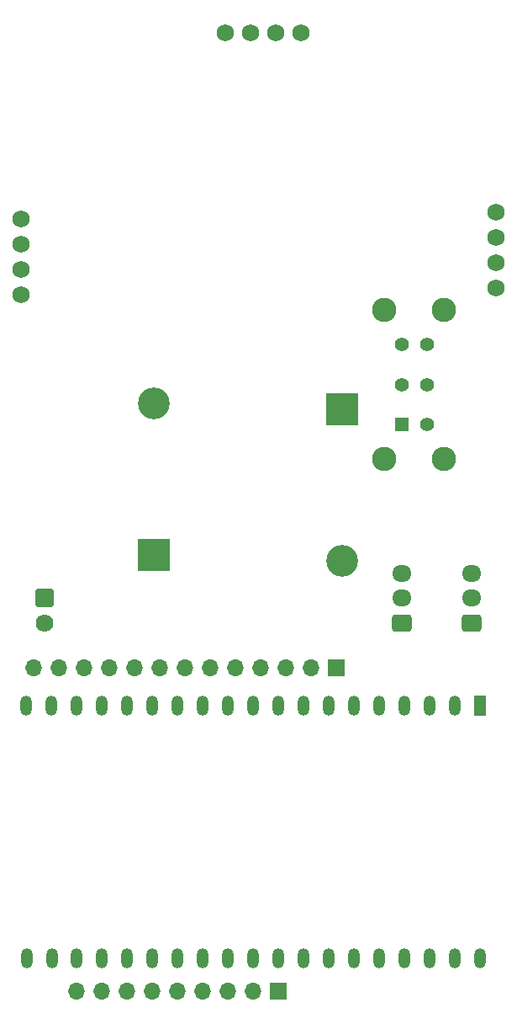
<source format=gbr>
%TF.GenerationSoftware,KiCad,Pcbnew,8.0.8*%
%TF.CreationDate,2025-02-20T18:43:26-05:00*%
%TF.ProjectId,pcb_v3,7063625f-7633-42e6-9b69-6361645f7063,rev?*%
%TF.SameCoordinates,Original*%
%TF.FileFunction,Soldermask,Bot*%
%TF.FilePolarity,Negative*%
%FSLAX46Y46*%
G04 Gerber Fmt 4.6, Leading zero omitted, Abs format (unit mm)*
G04 Created by KiCad (PCBNEW 8.0.8) date 2025-02-20 18:43:26*
%MOMM*%
%LPD*%
G01*
G04 APERTURE LIST*
G04 Aperture macros list*
%AMRoundRect*
0 Rectangle with rounded corners*
0 $1 Rounding radius*
0 $2 $3 $4 $5 $6 $7 $8 $9 X,Y pos of 4 corners*
0 Add a 4 corners polygon primitive as box body*
4,1,4,$2,$3,$4,$5,$6,$7,$8,$9,$2,$3,0*
0 Add four circle primitives for the rounded corners*
1,1,$1+$1,$2,$3*
1,1,$1+$1,$4,$5*
1,1,$1+$1,$6,$7*
1,1,$1+$1,$8,$9*
0 Add four rect primitives between the rounded corners*
20,1,$1+$1,$2,$3,$4,$5,0*
20,1,$1+$1,$4,$5,$6,$7,0*
20,1,$1+$1,$6,$7,$8,$9,0*
20,1,$1+$1,$8,$9,$2,$3,0*%
G04 Aperture macros list end*
%ADD10RoundRect,0.102000X0.604000X-0.604000X0.604000X0.604000X-0.604000X0.604000X-0.604000X-0.604000X0*%
%ADD11C,1.412000*%
%ADD12C,2.454000*%
%ADD13RoundRect,0.102000X0.787500X-0.787500X0.787500X0.787500X-0.787500X0.787500X-0.787500X-0.787500X0*%
%ADD14C,1.779000*%
%ADD15C,1.734000*%
%ADD16R,1.200000X2.000000*%
%ADD17O,1.200000X2.000000*%
%ADD18R,3.200000X3.200000*%
%ADD19O,3.200000X3.200000*%
%ADD20RoundRect,0.250000X0.725000X-0.600000X0.725000X0.600000X-0.725000X0.600000X-0.725000X-0.600000X0*%
%ADD21O,1.950000X1.700000*%
%ADD22R,1.700000X1.700000*%
%ADD23O,1.700000X1.700000*%
G04 APERTURE END LIST*
D10*
%TO.C,S1*%
X140000000Y-93500000D03*
D11*
X140000000Y-89500000D03*
X140000000Y-85500000D03*
X142500000Y-93500000D03*
X142500000Y-89500000D03*
X142500000Y-85500000D03*
D12*
X138250000Y-97000000D03*
X138250000Y-82000000D03*
X144250000Y-82000000D03*
X144250000Y-97000000D03*
%TD*%
D13*
%TO.C,J1*%
X104000000Y-111000000D03*
D14*
X104000000Y-113500000D03*
%TD*%
D15*
%TO.C,U6*%
X129810000Y-54125000D03*
X127270000Y-54125000D03*
X124730000Y-54125000D03*
X122190000Y-54125000D03*
%TD*%
D16*
%TO.C,U1*%
X147903440Y-121800000D03*
D17*
X145363440Y-121800000D03*
X142823440Y-121800000D03*
X140283440Y-121800000D03*
X137743440Y-121800000D03*
X135203440Y-121800000D03*
X132663440Y-121800000D03*
X130123440Y-121800000D03*
X127583440Y-121800000D03*
X125043440Y-121800000D03*
X122503440Y-121800000D03*
X119963440Y-121800000D03*
X117423440Y-121800000D03*
X114883440Y-121800000D03*
X112343440Y-121800000D03*
X109803440Y-121800000D03*
X107263440Y-121800000D03*
X104723440Y-121800000D03*
X102183440Y-121800000D03*
X102186160Y-147196320D03*
X104726160Y-147196320D03*
X107263440Y-147200000D03*
X109803440Y-147200000D03*
X112343440Y-147200000D03*
X114883440Y-147200000D03*
X117423440Y-147200000D03*
X119963440Y-147200000D03*
X122503440Y-147200000D03*
X125043440Y-147200000D03*
X127583440Y-147200000D03*
X130123440Y-147200000D03*
X132663440Y-147200000D03*
X135203440Y-147200000D03*
X137743440Y-147200000D03*
X140283440Y-147200000D03*
X142823440Y-147200000D03*
X145363440Y-147200000D03*
X147903440Y-147200000D03*
%TD*%
D18*
%TO.C,D2*%
X134000000Y-92000000D03*
D19*
X134000000Y-107240000D03*
%TD*%
D20*
%TO.C,J7*%
X147000000Y-113500000D03*
D21*
X147000000Y-111000000D03*
X147000000Y-108500000D03*
%TD*%
D15*
%TO.C,U5*%
X101625000Y-72880000D03*
X101625000Y-75420000D03*
X101625000Y-77960000D03*
X101625000Y-80500000D03*
%TD*%
D22*
%TO.C,J9*%
X127580000Y-150500000D03*
D23*
X125040000Y-150500000D03*
X122500000Y-150500000D03*
X119960000Y-150500000D03*
X117420000Y-150500000D03*
X114880000Y-150500000D03*
X112340000Y-150500000D03*
X109800000Y-150500000D03*
X107260000Y-150500000D03*
%TD*%
D22*
%TO.C,J8*%
X133360000Y-118000000D03*
D23*
X130820000Y-118000000D03*
X128280000Y-118000000D03*
X125740000Y-118000000D03*
X123200000Y-118000000D03*
X120660000Y-118000000D03*
X118120000Y-118000000D03*
X115580000Y-118000000D03*
X113040000Y-118000000D03*
X110500000Y-118000000D03*
X107960000Y-118000000D03*
X105420000Y-118000000D03*
X102880000Y-118000000D03*
%TD*%
D20*
%TO.C,J6*%
X140000000Y-113500000D03*
D21*
X140000000Y-111000000D03*
X140000000Y-108500000D03*
%TD*%
D18*
%TO.C,D1*%
X115000000Y-106620000D03*
D19*
X115000000Y-91380000D03*
%TD*%
D15*
%TO.C,U4*%
X149500000Y-79810000D03*
X149500000Y-77270000D03*
X149500000Y-74730000D03*
X149500000Y-72190000D03*
%TD*%
M02*

</source>
